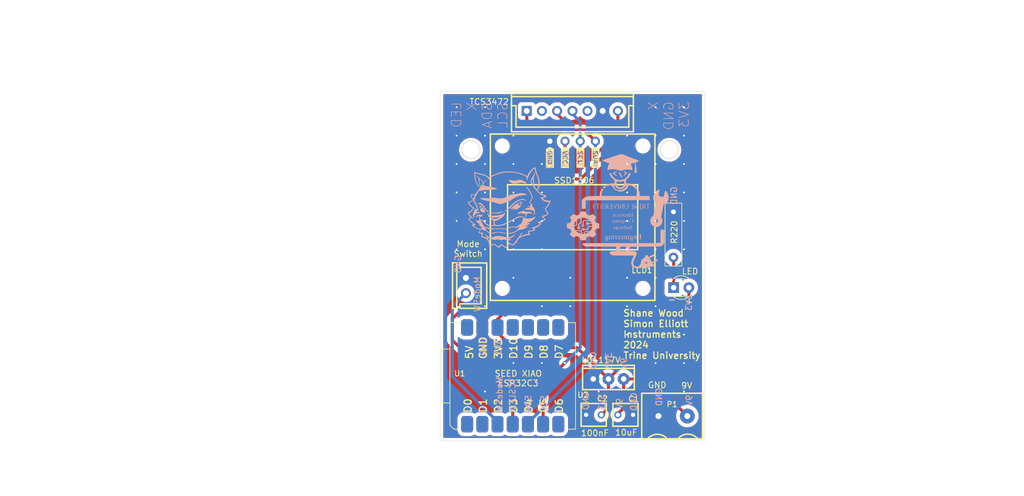
<source format=kicad_pcb>
(kicad_pcb (version 20240108) (generator "pcbnew") (generator_version "8.0")
  (title_block (title "Color Sensor") (date "2024-10-10") (comment 1 "Shane Wood, Simon Elliott") (comment 2 "ECE 483"))
  (layers (0 "F.Cu" signal "TopLayer") (31 "B.Cu" signal "BottomLayer") (34 "B.Paste" user "BottomPasteMaskLayer") (35 "F.Paste" user "TopPasteMaskLayer") (36 "B.SilkS" user "BottomSilkLayer") (37 "F.SilkS" user "TopSilkLayer") (38 "B.Mask" user "BottomSolderMaskLayer") (39 "F.Mask" user "TopSolderMaskLayer") (44 "Edge.Cuts" user "BoardOutLine"))
  (net 0 "")
  (net 1 "GND")
  (net 2 "+9V")
  (net 3 "+3V3")
  (net 4 "SDA")
  (net 5 "LEDTCS")
  (net 6 "SCL")
  (net 7 "ExtraSwitch")
  (net 8 "Net-(D1-K)")
  (footprint "Instruments:LD33VT" (layer "F.Cu") (at 143.1798 111.6584)
    (property "Reference" "U2" (at -2.7178 2.1336 0) (layer "F.SilkS") (effects (font (size 0.9144 0.9144) (thickness 0.1524)) (justify left top)))
    (property "Value" "LD33VT" (hide yes))
    (pad "1" thru_hole oval (at 0 0) (size 2 2) (drill 0.9144) (layers "*.Cu" "*.Mask") (net 1 "GND"))
    (pad "2" thru_hole oval (at 2.54 0) (size 2 2) (drill 0.9144) (layers "*.Cu" "*.Mask") (net 3 "+3V3"))
    (pad "3" thru_hole oval (at 5.08 0) (size 2 2) (drill 0.9144) (layers "*.Cu" "*.Mask") (net 2 "+9V"))
  )
  (footprint "Instruments:SCREW-TERMINAL-1X2" (layer "F.Cu") (at 153.1874 116.459)
    (property "Reference" "P1" (at 2.175 -1.103 0) (layer "F.SilkS") (effects (font (size 0.9144 0.9144) (thickness 0.1524)) (justify left top)))
    (property "Value" "Screw-Terminal-1x2" (hide yes))
    (pad "1" thru_hole oval (at 0.889 1.397) (size 2.5 2.5) (drill 1) (layers "*.Cu" "*.Mask") (net 1 "GND"))
    (pad "2" thru_hole oval (at 5.715 1.397) (size 2.5 2.5) (drill 1) (layers "*.Cu" "*.Mask") (net 2 "+9V"))
  )
  (footprint "LED_THT:LED_D3.0mm_IRBlack" (layer "F.Cu") (at 156.6164 96.393)
    (property "Reference" "D1" (hide yes))
    (property "Value" "LED" (at 2.7432 -2.7178 0) (layer "F.SilkS"))
    (pad "1" thru_hole rect (at 0 0) (size 1.8 1.8) (drill 0.9) (layers "*.Cu" "*.Mask") (net 8 "Net-(D1-K)"))
    (pad "2" thru_hole circle (at 2.54 0) (size 1.8 1.8) (drill 0.9) (layers "*.Cu" "*.Mask") (net 3 "+3V3"))
  )
  (footprint "Resistor_THT:R_Array_SIP4" (layer "F.Cu") (at 156.5806 91.3384 90)
    (property "Reference" "R1" (hide yes))
    (property "Value" "R220" (at 4.2164 0.1374 90) (layer "F.SilkS"))
    (pad "1" thru_hole oval (at 0 0 90) (size 1.6 1.6) (drill 0.8) (layers "*.Cu" "*.Mask") (net 8 "Net-(D1-K)"))
    (pad "2" thru_hole oval (at 7.62 0 90) (size 1.6 1.6) (drill 0.8) (layers "*.Cu" "*.Mask") (net 1 "GND"))
  )
  (footprint "Instruments:HDR-F-2.54_1X2" (layer "F.Cu") (at 122.8323 96.0706 90)
    (property "Reference" "H3" (hide yes))
    (property "Value" "2.54mm 1*2P" (hide yes))
    (pad "1" thru_hole oval (at -1.2444 -0.9323 90) (size 1.6764 1.6764) (drill 1) (layers "*.Cu" "*.Mask") (net 7 "ExtraSwitch"))
    (pad "2" thru_hole oval (at 1.2956 -0.9323 90) (size 1.6764 1.6764) (drill 1) (layers "*.Cu" "*.Mask") (net 1 "GND"))
  )
  (footprint "Instruments:MODULE XAIO 14P-2.54-21X17.8MM" (layer "F.Cu") (at 140.2251 120.05 90)
    (property "Reference" "U1" (at 9.8349 -20.3699 0) (layer "F.SilkS") (effects (font (size 0.9144 0.9144) (thickness 0.1524)) (justify left top)))
    (property "Value" "SEEEDUINO XIAO" (hide yes))
    (fp_text user "D9" (at 11.61595 -8.5401 90) (layer "F.SilkS") (effects (font (size 1.2192 1.2192) (thickness 0.2032)) (justify left top)))
    (fp_text user "3V3" (at 11.61595 -13.6201 90) (layer "F.SilkS") (effects (font (size 1.2192 1.2192) (thickness 0.2032)) (justify left top)))
    (fp_text user "D2" (at 2.61595 -13.6201 90) (layer "F.SilkS") (effects (font (size 1.2192 1.2192) (thickness 0.2032)) (justify left top)))
    (fp_text user "D6" (at 2.61595 -3.4601 90) (layer "F.SilkS") (effects (font (size 1.2192 1.2192) (thickness 0.2032)) (justify left top)))
    (fp_text user "5V" (at 11.61595 -18.4461 90) (layer "F.SilkS") (effects (font (size 1.2192 1.2192) (thickness 0.2032)) (justify left top)))
    (fp_text user "D0" (at 2.61595 -18.7001 90) (layer "F.SilkS") (effects (font (size 1.2192 1.2192) (thickness 0.2032)) (justify left top)))
    (fp_text user "D4" (at 2.61595 -8.5401 90) (layer "F.SilkS") (effects (font (size 1.2192 1.2192) (thickness 0.2032)) (justify left top)))
    (fp_text user "D1" (at 2.61595 -16.1601 90) (layer "F.SilkS") (effects (font (size 1.2192 1.2192) (thickness 0.2032)) (justify left top)))
    (fp_text user "D8" (at 11.61595 -6.0001 90) (layer "F.SilkS") (effects (font (size 1.2192 1.2192) (thickness 0.2032)) (justify left top)))
    (fp_text user "D10" (at 11.61595 -11.0801 90) (layer "F.SilkS") (effects (font (size 1.2192 1.2192) (thickness 0.2032)) (justify left top)))
    (fp_text user "GND" (at 11.61595 -16.1601 90) (layer "F.SilkS") (effects (font (size 1.2192 1.2192) (thickness 0.2032)) (justify left top)))
    (fp_text user "D7" (at 11.61595 -3.4601 90) (layer "F.SilkS") (effects (font (size 1.2192 1.2192) (thickness 0.2032)) (justify left top)))
    (fp_text user "D5" (at 2.61595 -6.0001 90) (layer "F.SilkS") (effects (font (size 1.2192 1.2192) (thickness 0.2032)) (justify left top)))
    (fp_text user "D3" (at 2.61595 -11.0801 90) (layer "F.SilkS") (effects (font (size 1.2192 1.2192) (thickness 0.2032)) (justify left top)))
    (pad "1" thru_hole custom (at 0.8349 -18.1199 90) (size 0.000001 0.000001) (drill 1.2) (layers "*.Cu" "*.Mask") (options (clearance outline) (anchor circle)) (primitives (gr_poly (pts (xy -1.3749 -0.5001) (xy -1.3713 -0.5603) (xy -1.3604 -0.6197) (xy -1.3424 -0.6774) (xy -1.3178 -0.7325) (xy -1.2865 -0.7841) (xy -1.2492 -0.8315) (xy -1.2065 -0.8742) (xy -1.159 -0.9116) (xy -1.1072 -0.9428) (xy -1.0523 -0.9677) (xy -0.9947 -0.9855) (xy -0.9352 -0.9964) (xy -0.8748 -1) (xy 0.875 -1) (xy 0.9355 -0.9964) (xy 0.9947 -0.9855) (xy 1.0523 -0.9677) (xy 1.1074 -0.9428) (xy 1.1593 -0.9116) (xy 1.2068 -0.8742) (xy 1.2494 -0.8315) (xy 1.2865 -0.7841) (xy 1.3178 -0.7325) (xy 1.3426 -0.6774) (xy 1.3607 -0.6197) (xy 1.3713 -0.5603) (xy 1.3752 -0.5001) (xy 1.3752 0.4999) (xy 1.3713 0.5601) (xy 1.3607 0.6196) (xy 1.3426 0.6772) (xy 1.3178 0.7323) (xy 1.2865 0.7839) (xy 1.2494 0.8314) (xy 1.2068 0.8743) (xy 1.1593 0.9114) (xy 1.1074 0.9426) (xy 1.0523 0.9675) (xy 0.9947 0.9853) (xy 0.9355 0.9962) (xy 0.875 1) (xy -0.8748 1) (xy -0.9352 0.9962) (xy -0.9947 0.9853) (xy -1.0523 0.9675) (xy -1.1072 0.9426) (xy -1.159 0.9114) (xy -1.2065 0.8743) (xy -1.2492 0.8314) (xy -1.2865 0.7839) (xy -1.3178 0.7323) (xy -1.3424 0.6772) (xy -1.3604 0.6196) (xy -1.3713 0.5601) (xy -1.3749 0.4999)) (width 0) (fill yes))))
    (pad "2" thru_hole custom (at 0.8349 -15.5799 90) (size 0.000001 0.000001) (drill 1.2) (layers "*.Cu" "*.Mask") (options (clearance outline) (anchor circle)) (primitives (gr_poly (pts (xy -1.3749 -0.5001) (xy -1.3713 -0.5603) (xy -1.3604 -0.6197) (xy -1.3424 -0.6774) (xy -1.3178 -0.7325) (xy -1.2865 -0.7841) (xy -1.2492 -0.8315) (xy -1.2065 -0.8742) (xy -1.159 -0.9116) (xy -1.1072 -0.9428) (xy -1.0523 -0.9677) (xy -0.9947 -0.9855) (xy -0.9352 -0.9964) (xy -0.8748 -1) (xy 0.875 -1) (xy 0.9355 -0.9964) (xy 0.9947 -0.9855) (xy 1.0523 -0.9677) (xy 1.1074 -0.9428) (xy 1.1593 -0.9116) (xy 1.2068 -0.8742) (xy 1.2494 -0.8315) (xy 1.2865 -0.7841) (xy 1.3178 -0.7325) (xy 1.3426 -0.6774) (xy 1.3607 -0.6197) (xy 1.3713 -0.5603) (xy 1.3752 -0.5001) (xy 1.3752 0.4999) (xy 1.3713 0.5601) (xy 1.3607 0.6196) (xy 1.3426 0.6772) (xy 1.3178 0.7323) (xy 1.2865 0.7839) (xy 1.2494 0.8314) (xy 1.2068 0.8741) (xy 1.1593 0.9114) (xy 1.1074 0.9426) (xy 1.0523 0.9675) (xy 0.9947 0.9853) (xy 0.9355 0.9962) (xy 0.875 1) (xy -0.8748 1) (xy -0.9352 0.9962) (xy -0.9947 0.9853) (xy -1.0523 0.9675) (xy -1.1072 0.9426) (xy -1.159 0.9114) (xy -1.2065 0.8741) (xy -1.2492 0.8314) (xy -1.2865 0.7839) (xy -1.3178 0.7323) (xy -1.3424 0.6772) (xy -1.3604 0.6196) (xy -1.3713 0.5601) (xy -1.3749 0.4999)) (width 0) (fill yes))))
    (pad "3" thru_hole custom (at 0.8349 -13.0399 90) (size 0.000001 0.000001) (drill 1.2) (layers "*.Cu" "*.Mask") (net 7 "ExtraSwitch") (options (clearance outline) (anchor circle)) (primitives (gr_poly (pts (xy -1.3749 -0.5001) (xy -1.3713 -0.5603) (xy -1.3604 -0.6197) (xy -1.3424 -0.6774) (xy -1.3178 -0.7325) (xy -1.2865 -0.7841) (xy -1.2492 -0.8315) (xy -1.2065 -0.8742) (xy -1.159 -0.9116) (xy -1.1072 -0.9428) (xy -1.0523 -0.9677) (xy -0.9947 -0.9855) (xy -0.9352 -0.9964) (xy -0.8748 -1) (xy 0.875 -1) (xy 0.9355 -0.9964) (xy 0.9947 -0.9855) (xy 1.0523 -0.9677) (xy 1.1074 -0.9428) (xy 1.1593 -0.9116) (xy 1.2068 -0.8742) (xy 1.2494 -0.8315) (xy 1.2865 -0.7841) (xy 1.3178 -0.7325) (xy 1.3426 -0.6774) (xy 1.3607 -0.6197) (xy 1.3713 -0.5603) (xy 1.3752 -0.5001) (xy 1.3752 0.4999) (xy 1.3713 0.5601) (xy 1.3607 0.6196) (xy 1.3426 0.6772) (xy 1.3178 0.7323) (xy 1.2865 0.7839) (xy 1.2494 0.8314) (xy 1.2068 0.8741) (xy 1.1593 0.9114) (xy 1.1074 0.9426) (xy 1.0523 0.9675) (xy 0.9947 0.9853) (xy 0.9355 0.9962) (xy 0.875 1) (xy -0.8748 1) (xy -0.9352 0.9962) (xy -0.9947 0.9853) (xy -1.0523 0.9675) (xy -1.1072 0.9426) (xy -1.159 0.9114) (xy -1.2065 0.8741) (xy -1.2492 0.8314) (xy -1.2865 0.7839) (xy -1.3178 0.7323) (xy -1.3424 0.6772) (xy -1.3604 0.6196) (xy -1.3713 0.5601) (xy -1.3749 0.4999)) (width 0) (fill yes))))
    (pad "4" thru_hole custom (at 0.8349 -10.5001 90) (size 0.000001 0.000001) (drill 1.2002) (layers "*.Cu" "*.Mask") (net 5 "LEDTCS") (options (clearance outline) (anchor circle)) (primitives (gr_poly (pts (xy -1.3749 -0.4999) (xy -1.3713 -0.5601) (xy -1.3604 -0.6195) (xy -1.3424 -0.6772) (xy -1.3178 -0.7323) (xy -1.2865 -0.7839) (xy -1.2492 -0.8313) (xy -1.2065 -0.874) (xy -1.159 -0.9114) (xy -1.1072 -0.9426) (xy -1.0523 -0.9675) (xy -0.9947 -0.9853) (xy -0.9352 -0.9962) (xy -0.8748 -1) (xy 0.875 -1) (xy 0.9355 -0.9962) (xy 0.9947 -0.9853) (xy 1.0523 -0.9675) (xy 1.1074 -0.9426) (xy 1.1593 -0.9114) (xy 1.2068 -0.874) (xy 1.2494 -0.8313) (xy 1.2865 -0.7839) (xy 1.3178 -0.7323) (xy 1.3426 -0.6772) (xy 1.3607 -0.6195) (xy 1.3713 -0.5601) (xy 1.3752 -0.4999) (xy 1.3752 0.5001) (xy 1.3713 0.5603) (xy 1.3607 0.6198) (xy 1.3426 0.6774) (xy 1.3178 0.7325) (xy 1.2865 0.7841) (xy 1.2494 0.8316) (xy 1.2068 0.8743) (xy 1.1593 0.9116) (xy 1.1074 0.9428) (xy 1.0523 0.9677) (xy 0.9947 0.9855) (xy 0.9355 0.9964) (xy 0.875 1.0002) (xy -0.8748 1.0002) (xy -0.9352 0.9964) (xy -0.9947 0.9855) (xy -1.0523 0.9677) (xy -1.1072 0.9428) (xy -1.159 0.9116) (xy -1.2065 0.8743) (xy -1.2492 0.8316) (xy -1.2865 0.7841) (xy -1.3178 0.7325) (xy -1.3424 0.6774) (xy -1.3604 0.6198) (xy -1.3713 0.5603) (xy -1.3749 0.5001)) (width 0) (fill yes))))
    (pad "5" thru_hole custom (at 0.8349 -7.9601 90) (size 0.000001 0.000001) (drill 1.2) (layers "*.Cu" "*.Mask") (net 4 "SDA") (options (clearance outline) (anchor circle)) (primitives (gr_poly (pts (xy -1.3749 -0.4999) (xy -1.3713 -0.5601) (xy -1.3604 -0.6195) (xy -1.3424 -0.6772) (xy -1.3178 -0.7323) (xy -1.2865 -0.7839) (xy -1.2492 -0.8313) (xy -1.2065 -0.874) (xy -1.159 -0.9114) (xy -1.1072 -0.9426) (xy -1.0523 -0.9675) (xy -0.9947 -0.9853) (xy -0.9352 -0.9962) (xy -0.8748 -1) (xy 0.875 -1) (xy 0.9355 -0.9962) (xy 0.9947 -0.9853) (xy 1.0523 -0.9675) (xy 1.1074 -0.9426) (xy 1.1593 -0.9114) (xy 1.2068 -0.874) (xy 1.2494 -0.8313) (xy 1.2865 -0.7839) (xy 1.3178 -0.7323) (xy 1.3426 -0.6772) (xy 1.3607 -0.6195) (xy 1.3713 -0.5601) (xy 1.3752 -0.4999) (xy 1.3752 0.5001) (xy 1.3713 0.5603) (xy 1.3607 0.6198) (xy 1.3426 0.6774) (xy 1.3178 0.7325) (xy 1.2865 0.7841) (xy 1.2494 0.8316) (xy 1.2068 0.8743) (xy 1.1593 0.9116) (xy 1.1074 0.9428) (xy 1.0523 0.9677) (xy 0.9947 0.9855) (xy 0.9355 0.9964) (xy 0.875 1) (xy -0.8748 1) (xy -0.9352 0.9964) (xy -0.9947 0.9855) (xy -1.0523 0.9677) (xy -1.1072 0.9428) (xy -1.159 0.9116) (xy -1.2065 0.8743) (xy -1.2492 0.8316) (xy -1.2865 0.7841) (xy -1.3178 0.7325) (xy -1.3424 0.6774) (xy -1.3604 0.6198) (xy -1.3713 0.5603) (xy -1.3749 0.5001)) (width 0) (fill yes))))
    (pad "6" thru_hole custom (at 0.8349 -5.4201 90) (size 0.000001 0.000001) (drill 1.2) (layers "*.Cu" "*.Mask") (net 6 "SCL") (options (clearance outline) (anchor circle)) (primitives (gr_poly (pts (xy -1.3749 -0.4999) (xy -1.3713 -0.5601) (xy -1.3604 -0.6195) (xy -1.3424 -0.6772) (xy -1.3178 -0.7323) (xy -1.2865 -0.7839) (xy -1.2492 -0.8313) (xy -1.2065 -0.874) (xy -1.159 -0.9114) (xy -1.1072 -0.9426) (xy -1.0523 -0.9675) (xy -0.9947 -0.9853) (xy -0.9352 -0.9962) (xy -0.8748 -1) (xy 0.875 -1) (xy 0.9355 -0.9962) (xy 0.9947 -0.9853) (xy 1.0523 -0.9675) (xy 1.1074 -0.9426) (xy 1.1593 -0.9114) (xy 1.2068 -0.874) (xy 1.2494 -0.8313) (xy 1.2865 -0.7839) (xy 1.3178 -0.7323) (xy 1.3426 -0.6772) (xy 1.3607 -0.6195) (xy 1.3713 -0.5601) (xy 1.3752 -0.4999) (xy 1.3752 0.5001) (xy 1.3713 0.5603) (xy 1.3607 0.6198) (xy 1.3426 0.6774) (xy 1.3178 0.7325) (xy 1.2865 0.7841) (xy 1.2494 0.8316) (xy 1.2068 0.8743) (xy 1.1593 0.9116) (xy 1.1074 0.9428) (xy 1.0523 0.9677) (xy 0.9947 0.9855) (xy 0.9355 0.9964) (xy 0.875 1) (xy -0.8748 1) (xy -0.9352 0.9964) (xy -0.9947 0.9855) (xy -1.0523 0.9677) (xy -1.1072 0.9428) (xy -1.159 0.9116) (xy -1.2065 0.8743) (xy -1.2492 0.8316) (xy -1.2865 0.7841) (xy -1.3178 0.7325) (xy -1.3424 0.6774) (xy -1.3604 0.6198) (xy -1.3713 0.5603) (xy -1.3749 0.5001)) (width 0) (fill yes))))
    (pad "7" thru_hole custom (at 0.8349 -2.8801 90) (size 0.000001 0.000001) (drill 1.2) (layers "*.Cu" "*.Mask") (options (clearance outline) (anchor circle)) (primitives (gr_poly (pts (xy -1.3749 -0.4999) (xy -1.3713 -0.5601) (xy -1.3604 -0.6195) (xy -1.3424 -0.6772) (xy -1.3178 -0.7323) (xy -1.2865 -0.7839) (xy -1.2492 -0.8313) (xy -1.2065 -0.8743) (xy -1.159 -0.9114) (xy -1.1072 -0.9426) (xy -1.0523 -0.9675) (xy -0.9947 -0.9853) (xy -0.9352 -0.9962) (xy -0.8748 -1) (xy 0.875 -1) (xy 0.9355 -0.9962) (xy 0.9947 -0.9853) (xy 1.0523 -0.9675) (xy 1.1074 -0.9426) (xy 1.1593 -0.9114) (xy 1.2068 -0.8743) (xy 1.2494 -0.8313) (xy 1.2865 -0.7839) (xy 1.3178 -0.7323) (xy 1.3426 -0.6772) (xy 1.3607 -0.6195) (xy 1.3713 -0.5601) (xy 1.3752 -0.4999) (xy 1.3752 0.5001) (xy 1.3713 0.5603) (xy 1.3607 0.6198) (xy 1.3426 0.6774) (xy 1.3178 0.7325) (xy 1.2865 0.7841) (xy 1.2494 0.8316) (xy 1.2068 0.8743) (xy 1.1593 0.9116) (xy 1.1074 0.9428) (xy 1.0523 0.9677) (xy 0.9947 0.9855) (xy 0.9355 0.9964) (xy 0.875 1) (xy -0.8748 1) (xy -0.9352 0.9964) (xy -0.9947 0.9855) (xy -1.0523 0.9677) (xy -1.1072 0.9428) (xy -1.159 0.9116) (xy -1.2065 0.8743) (xy -1.2492 0.8316) (xy -1.2865 0.7841) (xy -1.3178 0.7325) (xy -1.3424 0.6774) (xy -1.3604 0.6198) (xy -1.3713 0.5603) (xy -1.3749 0.5001)) (width 0) (fill yes))))
    (pad "8" thru_hole custom (at 17 -2.8801 90) (size 0.000001 0.000001) (drill 1.2) (layers "*.Cu" "*.Mask") (options (clearance outline) (anchor circle)) (primitives (gr_poly (pts (xy -1.3749 -0.4999) (xy -1.3714 -0.5601) (xy -1.3605 -0.6195) (xy -1.3424 -0.6772) (xy -1.3178 -0.7323) (xy -1.2865 -0.7839) (xy -1.2492 -0.8313) (xy -1.2065 -0.8743) (xy -1.159 -0.9114) (xy -1.1075 -0.9426) (xy -1.0524 -0.9675) (xy -0.9947 -0.9853) (xy -0.9353 -0.9962) (xy -0.8751 -1) (xy 0.875 -1) (xy 0.9352 -0.9962) (xy 0.9946 -0.9853) (xy 1.0523 -0.9675) (xy 1.1074 -0.9426) (xy 1.159 -0.9114) (xy 1.2065 -0.8743) (xy 1.2491 -0.8313) (xy 1.2865 -0.7839) (xy 1.3177 -0.7323) (xy 1.3424 -0.6772) (xy 1.3604 -0.6195) (xy 1.3713 -0.5601) (xy 1.3749 -0.4999) (xy 1.3749 0.5001) (xy 1.3713 0.5603) (xy 1.3604 0.6198) (xy 1.3424 0.6774) (xy 1.3177 0.7325) (xy 1.2865 0.7841) (xy 1.2491 0.8316) (xy 1.2065 0.8743) (xy 1.159 0.9116) (xy 1.1074 0.9428) (xy 1.0523 0.9677) (xy 0.9946 0.9855) (xy 0.9352 0.9964) (xy 0.875 1) (xy -0.8751 1) (xy -0.9353 0.9964) (xy -0.9947 0.9855) (xy -1.0524 0.9677) (xy -1.1075 0.9428) (xy -1.159 0.9116) (xy -1.2065 0.8743) (xy -1.2492 0.8316) (xy -1.2865 0.7841) (xy -1.3178 0.7325) (xy -1.3424 0.6774) (xy -1.3605 0.6198) (xy -1.3714 0.5603) (xy -1.3749 0.5001)) (width 0) (fill yes))))
    (pad "9" thru_hole custom (at 17 -5.4201 90) (size 0.000001 0.000001) (drill 1.2) (layers "*.Cu" "*.Mask") (options (clearance outline) (anchor circle)) (primitives (gr_poly (pts (xy -1.3749 -0.4999) (xy -1.3714 -0.5601) (xy -1.3605 -0.6195) (xy -1.3424 -0.6772) (xy -1.3178 -0.7323) (xy -1.2865 -0.7839) (xy -1.2492 -0.8313) (xy -1.2065 -0.874) (xy -1.159 -0.9114) (xy -1.1075 -0.9426) (xy -1.0524 -0.9675) (xy -0.9947 -0.9853) (xy -0.9353 -0.9962) (xy -0.8751 -1) (xy 0.875 -1) (xy 0.9352 -0.9962) (xy 0.9946 -0.9853) (xy 1.0523 -0.9675) (xy 1.1074 -0.9426) (xy 1.159 -0.9114) (xy 1.2065 -0.874) (xy 1.2491 -0.8313) (xy 1.2865 -0.7839) (xy 1.3177 -0.7323) (xy 1.3424 -0.6772) (xy 1.3604 -0.6195) (xy 1.3713 -0.5601) (xy 1.3749 -0.4999) (xy 1.3749 0.5001) (xy 1.3713 0.5603) (xy 1.3604 0.6198) (xy 1.3424 0.6774) (xy 1.3177 0.7325) (xy 1.2865 0.7841) (xy 1.2491 0.8316) (xy 1.2065 0.8743) (xy 1.159 0.9116) (xy 1.1074 0.9428) (xy 1.0523 0.9677) (xy 0.9946 0.9855) (xy 0.9352 0.9964) (xy 0.875 1) (xy -0.8751 1) (xy -0.9353 0.9964) (xy -0.9947 0.9855) (xy -1.0524 0.9677) (xy -1.1075 0.9428) (xy -1.159 0.9116) (xy -1.2065 0.8743) (xy -1.2492 0.8316) (xy -1.2865 0.7841) (xy -1.3178 0.7325) (xy -1.3424 0.6774) (xy -1.3605 0.6198) (xy -1.3714 0.5603) (xy -1.3749 0.5001)) (width 0) (fill yes))))
    (pad "10" thru_hole custom (at 17 -7.9601 90) (size 0.000001 0.000001) (drill 1.2) (layers "*.Cu" "*.Mask") (options (clearance outline) (anchor circle)) (primitives (gr_poly (pts (xy -1.3749 -0.4999) (xy -1.3714 -0.5601) (xy -1.3605 -0.6195) (xy -1.3424 -0.6772) (xy -1.3178 -0.7323) (xy -1.2865 -0.7839) (xy -1.2492 -0.8313) (xy -1.2065 -0.874) (xy -1.159 -0.9114) (xy -1.1075 -0.9426) (xy -1.0524 -0.9675) (xy -0.9947 -0.9853) (xy -0.9353 -0.9962) (xy -0.8751 -1) (xy 0.875 -1) (xy 0.9352 -0.9962) (xy 0.9946 -0.9853) (xy 1.0523 -0.9675) (xy 1.1074 -0.9426) (xy 1.159 -0.9114) (xy 1.2065 -0.874) (xy 1.2491 -0.8313) (xy 1.2865 -0.7839) (xy 1.3177 -0.7323) (xy 1.3424 -0.6772) (xy 1.3604 -0.6195) (xy 1.3713 -0.5601) (xy 1.3749 -0.4999) (xy 1.3749 0.5001) (xy 1.3713 0.5603) (xy 1.3604 0.6198) (xy 1.3424 0.6774) (xy 1.3177 0.7325) (xy 1.2865 0.7841) (xy 1.2491 0.8316) (xy 1.2065 0.8743) (xy 1.159 0.9116) (xy 1.1074 0.9428) (xy 1.0523 0.9677) (xy 0.9946 0.9855) (xy 0.9352 0.9964) (xy 0.875 1) (xy -0.8751 1) (xy -0.9353 0.9964) (xy -0.9947 0.9855) (xy -1.0524 0.9677) (xy -1.1075 0.9428) (xy -1.159 0.9116) (xy -1.2065 0.8743) (xy -1.2492 0.8316) (xy -1.2865 0.7841) (xy -1.3178 0.7325) (xy -1.3424 0.6774) (xy -1.3605 0.6198) (xy -1.3714 0.5603) (xy -1.3749 0.5001)) (width 0) (fill yes))))
    (pad "11" thru_hole custom (at 17 -10.5001 90) (size 0.000001 0.000001) (drill 1.2002) (layers "*.Cu" "*.Mask") (options (clearance outline) (anchor circle)) (primitives (gr_poly (pts (xy -1.3749 -0.4999) (xy -1.3714 -0.5601) (xy -1.3605 -0.6195) (xy -1.3424 -0.6772) (xy -1.3178 -0.7323) (xy -1.2865 -0.7839) (xy -1.2492 -0.8313) (xy -1.2065 -0.874) (xy -1.159 -0.9114) (xy -1.1075 -0.9426) (xy -1.0524 -0.9675) (xy -0.9947 -0.9853) (xy -0.9353 -0.9962) (xy -0.8751 -1) (xy 0.875 -1) (xy 0.9352 -0.9962) (xy 0.9946 -0.9853) (xy 1.0523 -0.9675) (xy 1.1074 -0.9426) (xy 1.159 -0.9114) (xy 1.2065 -0.874) (xy 1.2491 -0.8313) (xy 1.2865 -0.7839) (xy 1.3177 -0.7323) (xy 1.3424 -0.6772) (xy 1.3604 -0.6195) (xy 1.3713 -0.5601) (xy 1.3749 -0.4999) (xy 1.3749 0.5001) (xy 1.3713 0.5603) (xy 1.3604 0.6198) (xy 1.3424 0.6774) (xy 1.3177 0.7325) (xy 1.2865 0.7841) (xy 1.2491 0.8316) (xy 1.2065 0.8743) (xy 1.159 0.9116) (xy 1.1074 0.9428) (xy 1.0523 0.9677) (xy 0.9946 0.9855) (xy 0.9352 0.9964) (xy 0.875 1.0002) (xy -0.8751 1.0002) (xy -0.9353 0.9964) (xy -0.9947 0.9855) (xy -1.0524 0.9677) (xy -1.1075 0.9428) (xy -1.159 0.9116) (xy -1.2065 0.8743) (xy -1.2492 0.8316) (xy -1.2865 0.7841) (xy -1.3178 0.7325) (xy -1.3424 0.6774) (xy -1.3605 0.6198) (xy -1.3714 0.5603) (xy -1.3749 0.5001)) (width 0) (fill yes))))
    (pad "12" thru_hole custom (at 17 -13.0399 90) (size 0.000001 0.000001) (drill 1.2) (layers "*.Cu" "*.Mask") (net 3 "+3V3") (options (clearance outline) (anchor circle)) (primitives (gr_poly (pts (xy -1.3749 -0.5001) (xy -1.3714 -0.5603) (xy -1.3605 -0.6197) (xy -1.3424 -0.6774) (xy -1.3178 -0.7325) (xy -1.2865 -0.7841) (xy -1.2492 -0.8315) (xy -1.2065 -0.8742) (xy -1.159 -0.9116) (xy -1.1075 -0.9428) (xy -1.0524 -0.9677) (xy -0.9947 -0.9855) (xy -0.9353 -0.9964) (xy -0.8751 -1) (xy 0.875 -1) (xy 0.9352 -0.9964) (xy 0.9946 -0.9855) (xy 1.0523 -0.9677) (xy 1.1074 -0.9428) (xy 1.159 -0.9116) (xy 1.2065 -0.8742) (xy 1.2491 -0.8315) (xy 1.2865 -0.7841) (xy 1.3177 -0.7325) (xy 1.3424 -0.6774) (xy 1.3604 -0.6197) (xy 1.3713 -0.5603) (xy 1.3749 -0.5001) (xy 1.3749 0.4999) (xy 1.3713 0.5601) (xy 1.3604 0.6196) (xy 1.3424 0.6772) (xy 1.3177 0.7323) (xy 1.2865 0.7839) (xy 1.2491 0.8314) (xy 1.2065 0.8741) (xy 1.159 0.9114) (xy 1.1074 0.9426) (xy 1.0523 0.9675) (xy 0.9946 0.9853) (xy 0.9352 0.9962) (xy 0.875 1) (xy -0.8751 1) (xy -0.9353 0.9962) (xy -0.9947 0.9853) (xy -1.0524 0.9675) (xy -1.1075 0.9426) (xy -1.159 0.9114) (xy -1.2065 0.8741) (xy -1.2492 0.8314) (xy -1.2865 0.7839) (xy -1.3178 0.7323) (xy -1.3424 0.6772) (xy -1.3605 0.6196) (xy -1.3714 0.5601) (xy -1.3749 0.4999)) (width 0) (fill yes))))
    (pad "13" thru_hole custom (at 17 -15.5799 90) (size 0.000001 0.000001) (drill 1.2) (layers "*.Cu" "*.Mask") (net 1 "GND") (options (clearance outline) (anchor circle)) (primitives (gr_poly (pts (xy -1.3749 -0.5001) (xy -1.3714 -0.5603) (xy -1.3605 -0.6197) (xy -1.3424 -0.6774) (xy -1.3178 -0.7325) (xy -1.2865 -0.7841) (xy -1.2492 -0.8315) (xy -1.2065 -0.8742) (xy -1.159 -0.9116) (xy -1.1075 -0.9428) (xy -1.0524 -0.9677) (xy -0.9947 -0.9855) (xy -0.9353 -0.9964) (xy -0.8751 -1) (xy 0.875 -1) (xy 0.9352 -0.9964) (xy 0.9946 -0.9855) (xy 1.0523 -0.9677) (xy 1.1074 -0.9428) (xy 1.159 -0.9116) (xy 1.2065 -0.8742) (xy 1.2491 -0.8315) (xy 1.2865 -0.7841) (xy 1.3177 -0.7325) (xy 1.3424 -0.6774) (xy 1.3604 -0.6197) (xy 1.3713 -0.5603) (xy 1.3749 -0.5001) (xy 1.3749 0.4999) (xy 1.3713 0.5601) (xy 1.3604 0.6196) (xy 1.3424 0.6772) (xy 1.3177 0.7323) (xy 1.2865 0.7839) (xy 1.2491 0.8314) (xy 1.2065 0.8741) (xy 1.159 0.9114) (xy 1.1074 0.9426) (xy 1.0523 0.9675) (xy 0.9946 0.9853) (xy 0.9352 0.9962) (xy 0.875 1) (xy -0.8751 1) (xy -0.9353 0.9962) (xy -0.9947 0.9853) (xy -1.0524 0.9675) (xy -1.1075 0.9426) (xy -1.159 0.9114) (xy -1.2065 0.8741) (xy -1.2492 0.8314) (xy -1.2865 0.7839) (xy -1.3178 0.7323) (xy -1.3424 0.6772) (xy -1.3605 0.6196) (xy -1.3714 0.5601) (xy -1.3749 0.4999)) (width 0) (fill yes))))
    (pad "14" thru_hole custom (at 17 -18.1199 90) (size 0.000001 0.000001) (drill 1.2) (layers "*.Cu" "*.Mask") (options (clearance outline) (anchor circle)) (primitives (gr_poly (pts (xy -1.3749 -0.5001) (xy -1.3714 -0.5603) (xy -1.3605 -0.6197) (xy -1.3424 -0.6774) (xy -1.3178 -0.7325) (xy -1.2865 -0.7841) (xy -1.2492 -0.8315) (xy -1.2065 -0.8742) (xy -1.159 -0.9116) (xy -1.1075 -0.9428) (xy -1.0524 -0.9677) (xy -0.9947 -0.9855) (xy -0.9353 -0.9964) (xy -0.8751 -1) (xy 0.875 -1) (xy 0.9352 -0.9964) (xy 0.9946 -0.9855) (xy 1.0523 -0.9677) (xy 1.1074 -0.9428) (xy 1.159 -0.9116) (xy 1.2065 -0.8742) (xy 1.2491 -0.8315) (xy 1.2865 -0.7841) (xy 1.3177 -0.7325) (xy 1.3424 -0.6774) (xy 1.3604 -0.6197) (xy 1.3713 -0.5603) (xy 1.3749 -0.5001) (xy 1.3749 0.4999) (xy 1.3713 0.5601) (xy 1.3604 0.6196) (xy 1.3424 0.6772) (xy 1.3177 0.7323) (xy 1.2865 0.7839) (xy 1.2491 0.8314) (xy 1.2065 0.8743) (xy 1.159 0.9114) (xy 1.1074 0.9426) (xy 1.0523 0.9675) (xy 0.9946 0.9853) (xy 0.9352 0.9962) (xy 0.875 1) (xy -0.8751 1) (xy -0.9353 0.9962) (xy -0.9947 0.9853) (xy -1.0524 0.9675) (xy -1.1075 0.9426) (xy -1.159 0.9114) (xy -1.2065 0.8743) (xy -1.2492 0.8314) (xy -1.2865 0.7839) (xy -1.3178 0.7323) (xy -1.3424 0.6772) (xy -1.3605 0.6196) (xy -1.3714 0.5601) (xy -1.3749 0.4999)) (width 0) (fill yes))))
  )
  (footprint "Instruments:CAP-TH_L4.2-W3.8-P2.54-D0.5" (layer "F.Cu") (at 143.256 117.6528)
    (property "Reference" "C2" (at 0.4572 -3.2512 0) (layer "F.SilkS") (effects (font (size 0.9144 0.9144) (thickness 0.1524)) (justify left top)))
    (property "Value" "10uF" (hide yes))
    (pad "1" thru_hole oval (at -1.27 0) (size 1.2 1.2) (drill 0.7) (layers "*.Cu" "*.Mask") (net 1 "GND"))
    (pad "2" thru_hole oval (at 1.27 0) (size 1.2 1.2) (drill 0.7) (layers "*.Cu" "*.Mask") (net 3 "+3V3"))
  )
  (footprint "Instruments:CAP-TH_L4.2-W3.8-P2.54-D0.5" (layer "F.Cu") (at 148.5646 117.6528 180)
    (property "Reference" "C1" (at -0.381 3.175 180) (layer "F.SilkS") (effects (font (size 0.9144 0.9144) (thickness 0.1524)) (justify left top)))
    (property "Value" "100nF" (hide yes))
    (pad "1" thru_hole oval (at -1.27 0 180) (size 1.2 1.2) (drill 0.7) (layers "*.Cu" "*.Mask") (net 1 "GND"))
    (pad "2" thru_hole oval (at 1.27 0 180) (size 1.2 1.2) (drill 0.7) (layers "*.Cu" "*.Mask") (net 2 "+9V"))
  )
  (footprint "Instruments:HDR-2.54-15-1X6P" (layer "F.Cu") (at 139.75 70.4652)
    (property "Reference" "U3" (hide yes))
    (property "Value" "7 pin JST Connector" (hide yes))
    (pad "1" thru_hole rect (at -7.69 -3.6) (size 1.6764 1.6764) (drill 1) (layers "*.Cu" "*.Mask") (net 5 "LEDTCS"))
    (pad "2" thru_hole oval (at -5.15 -3.6) (size 1.6764 1.6764) (drill 1) (layers "*.Cu" "*.Mask"))
    (pad "3" thru_hole oval (at -2.61 -3.6) (size 1.6764 1.6764) (drill 1) (layers "*.Cu" "*.Mask") (net 4 "SDA"))
    (pad "4" thru_hole oval (at -0.0446 -3.6) (size 1.6764 1.6764) (drill 1) (layers "*.Cu" "*.Mask") (net 6 "SCL"))
    (pad "5" thru_hole oval (at 2.47 -3.6) (size 1.6764 1.6764) (drill 1) (layers "*.Cu" "*.Mask"))
    (pad "6" thru_hole oval (at 5.01 -3.6) (size 1.6764 1.6764) (drill 1) (layers "*.Cu" "*.Mask") (net 1 "GND"))
    (pad "7" thru_hole oval (at 7.55 -3.6) (size 1.6764 1.6764) (drill 1) (layers "*.Cu" "*.Mask") (net 3 "+3V3"))
  )
  (footprint "Instruments:SSD1306-OLED-128X64-I2C" (layer "F.Cu") (at 139.735 84.625)
    (property "Reference" "LCD1" (at 9.75 8.3501 0) (layer "F.SilkS") (effects (font (size 0.9144 0.9144) (thickness 0.1524)) (justify left top)))
    (property "Value" "SSD1306-OLED-128X64-I2C" (hide yes))
    (pad "" np_thru_hole circle (at -11.75 -11.8999) (size 2.032 2.032) (drill 2.032) (layers "F&B.Cu" "*.Mask"))
    (pad "" np_thru_hole circle (at -11.75 11.8999) (size 2.032 2.032) (drill 2.032) (layers "F&B.Cu" "*.Mask"))
    (pad "" np_thru_hole circle (at 11.75 -11.8999) (size 2.032 2.032) (drill 2.032) (layers "F&B.Cu" "*.Mask"))
    (pad "" np_thru_hole circle (at 11.75 11.8999) (size 2.032 2.032) (drill 2.032) (layers "F&B.Cu" "*.Mask"))
    (pad "1" thru_hole rect (at -3.81 -12.7) (size 1.524 1.524) (drill 0.889) (layers "*.Cu" "*.Mask") (net 1 "GND"))
    (pad "2" thru_hole oval (at -1.27 -12.7) (size 1.524 1.524) (drill 0.889) (layers "*.Cu" "*.Mask") (net 3 "+3V3"))
    (pad "3" thru_hole oval (at 1.27 -12.7) (size 1.524 1.524) (drill 0.889) (layers "*.Cu" "*.Mask") (net 6 "SCL"))
    (pad "4" thru_hole oval (at 3.81 -12.7) (size 1.524 1.524) (drill 0.889) (layers "*.Cu" "*.Mask") (net 4 "SDA"))
  )
  (footprint "LOGO" (layer "B.Cu") (at 147.726822 84.120761 180)
    (property "Reference" "G***" (hide yes))
    (property "Value" "LOGO" (hide yes))
  )
  (footprint "LOGO" (layer "B.Cu") (at 128.8796 83.058 180)
    (property "Reference" "G***" (hide yes))
    (property "Value" "LOGO" (hide yes))
  )
  (gr_circle (center 122.75 73.35) (end 124.25 73.35) (stroke (width 0.1)) (fill none) (layer "Edge.Cuts"))
  (gr_circle (center 155.9 73.35) (end 157.4 73.35) (stroke (width 0.1)) (fill none) (layer "Edge.Cuts"))
  (gr_rect (start 117.625 63.575) (end 161.8234 121.9999) (stroke (width 0.05)) (fill none) (layer "Edge.Cuts"))
  (gr_text "9V" (at 147.574 115.7732 90) (layer "B.SilkS") (effects (font (size 1 1)) (justify mirror)))
  (gr_text "3V3" (at 127.3048 106.2736 90) (layer "B.SilkS") (effects (font (size 1 1)) (justify mirror)))
  (gr_text "GND" (at 124.7648 106.2736 90) (layer "B.SilkS") (effects (font (size 1 1)) (justify mirror)))
  (gr_text "GND" (at 156.6672 81.026 90) (layer "B.SilkS") (effects (font (size 1 1)) (justify mirror)))
  (gr_text "GND" (at 149.9616 115.4684 90) (layer "B.SilkS") (effects (font (size 1 1)) (justify mirror)))
  (gr_text "GND" (at 154.178 114.6556 90) (layer "B.SilkS") (effects (font (size 1 1)) (justify mirror)))
  (gr_text "3V3" (at 159.1564 98.8568 90) (layer "B.SilkS") (effects (font (size 1 1)) (justify mirror)))
  (gr_text "ModeSW" (at 123.7996 97.4852 90) (layer "B.SilkS") (effects (font (size 1 1)) (justify mirror)))
  (gr_text "9V" (at 148.2852 109.0168 90) (layer "B.SilkS") (effects (font (size 1 1)) (justify mirror)))
  (gr_text "SCL" (at 134.9248 115.7732 90) (layer "B.SilkS") (effects (font (size 1 1)) (justify mirror)))
  (gr_text "SDA" (at 132.334 115.7732 90) (layer "B.SilkS") (effects (font (size 1 1)) (justify mirror)))
  (gr_text "GND" (at 143.1544 108.6104 90) (layer "B.SilkS") (effects (font (size 1 1)) (justify mirror)))
  (gr_text "3V3" (at 138.5824 74.93 90) (layer "B.SilkS") (effects (font (size 1 1)) (justify mirror)))
  (gr_text "LED\nX\nSDA\nSCL\n" (at 128.9812 65.278 90) (layer "B.SilkS") (effects (font (size 1.6 1.6) (thickness 0.1)) (justify left bottom mirror)))
  (gr_text "SDA" (at 143.6116 74.9808 90) (layer "B.SilkS") (effects (font (size 1 1)) (justify mirror)))
  (gr_text "3V3" (at 144.6276 115.4684 90) (layer "B.SilkS") (effects (font (size 1 1)) (justify mirror)))
  (gr_text "X\nGND\n3V3" (at 159.3088 65.1764 90) (layer "B.SilkS") (effects (font (size 1.6 1.6) (thickness 0.1)) (justify left bottom mirror)))
  (gr_text "ModeSW" (at 127.508 114.1984 90) (layer "B.SilkS") (effects (font (size 1 1)) (justify mirror)))
  (gr_text "TCSLED" (at 129.6924 114.2492 90) (layer "B.SilkS") (effects (font (size 1 1)) (justify mirror)))
  (gr_text "SCL" (at 141.0208 74.93 90) (layer "B.SilkS") (effects (font (size 1 1)) (justify mirror)))
  (gr_text "GND" (at 120.5992 92.456 90) (layer "B.SilkS") (effects (font (size 1 1)) (justify mirror)))
  (gr_text "GND" (at 141.9352 115.316 90) (layer "B.SilkS") (effects (font (size 1 1)) (justify mirror)))
  (gr_text "GND" (at 135.8392 75.0316 90) (layer "B.SilkS") (effects (font (size 1 1)) (justify mirror)))
  (gr_text "3V3" (at 145.796 108.6104 90) (layer "B.SilkS") (effects (font (size 1 1)) (justify mirror)))
  (gr_text "9V" (at 159.2072 115.2144 90) (layer "B.SilkS") (effects (font (size 1 1)) (justify mirror)))
  (gr_text "LD1117V" (at 144.4752 108.5088 0) (layer "F.SilkS") (effects (font (size 1 1))))
  (gr_text "10uF" (at 148.6916 120.5992 0) (layer "F.SilkS") (effects (font (size 1 1))))
  (gr_text "TCS3472" (at 125.7808 65.3288 0) (layer "F.SilkS") (effects (font (size 1 1))))
  (gr_text "Shane Wood\nSimon Elliott\nInstruments\n2024\nTrine University" (at 148.1074 108.3818 0) (layer "F.SilkS") (effects (font (size 1.1 1.1) (thickness 0.2) (bold yes)) (justify left bottom)))
  (gr_text "9V" (at 158.8008 112.776 0) (layer "F.SilkS") (effects (font (size 1 1))))
  (gr_text "100nF" (at 143.4592 120.7008 0) (layer "F.SilkS") (effects (font (size 1 1))))
  (gr_text "-" (at 156.3116 98.3996 0) (layer "F.SilkS") (effects (font (size 1 1))))
  (gr_text "GND" (at 153.8732 112.6744 0) (layer "F.SilkS") (effects (font (size 1 1))))
  (gr_text "+" (at 159.2072 98.7044 0) (layer "F.SilkS") (effects (font (size 1 1))))
  (gr_text "SSD1306" (at 140.0048 78.486 0) (layer "F.SilkS") (effects (font (size 1 1))))
  (gr_text "Mode\nSwitch" (at 122.2756 89.916 0) (layer "F.SilkS") (effects (font (size 1 1))))
  (gr_text "SEED XIAO\nESP32C3" (at 130.6576 111.5568 0) (layer "F.SilkS") (effects (font (size 1 1))))
  (via (at 129.8452 80.4932) (size 0.61) (drill 0.3) (layers "F.Cu" "B.Cu") (net 1))
  (via (at 148.8452 80.4932) (size 0.61) (drill 0.3) (layers "F.Cu" "B.Cu") (net 1))
  (via (at 148.8452 89.9932) (size 0.61) (drill 0.3) (layers "F.Cu" "B.Cu") (net 1))
  (via (at 153.5952 89.9932) (size 0.61) (drill 0.3) (layers "F.Cu" "B.Cu") (net 1))
  (via (at 134.5952 80.4932) (size 0.61) (drill 0.3) (layers "F.Cu" "B.Cu") (net 1))
  (via (at 120.3452 80.4932) (size 0.61) (drill 0.3) (layers "F.Cu" "B.Cu") (net 1))
  (via (at 129.8452 75.7432) (size 0.61) (drill 0.3) (layers "F.Cu" "B.Cu") (net 1))
  (via (at 125.0952 89.9932) (size 0.61) (drill 0.3) (layers "F.Cu" "B.Cu") (net 1))
  (via (at 139.3452 94.7432) (size 0.61) (drill 0.3) (layers "F.Cu" "B.Cu") (net 1))
  (via (at 134.5952 89.9932) (size 0.61) (drill 0.3) (layers "F.Cu" "B.Cu") (net 1))
  (via (at 125.0952 80.4932) (size 0.61) (drill 0.3) (layers "F.Cu" "B.Cu") (net 1))
  (via (at 153.5952 85.2432) (size 0.61) (drill 0.3) (layers "F.Cu" "B.Cu") (net 1))
  (via (at 125.0952 75.7432) (size 0.61) (drill 0.3) (layers "F.Cu" "B.Cu") (net 1))
  (via (at 158.3452 113.7432) (size 0.61) (drill 0.3) (layers "F.Cu" "B.Cu") (net 1))
  (via (at 120.3452 85.2432) (size 0.61) (drill 0.3) (layers "F.Cu" "B.Cu") (net 1))
  (via (at 158.3452 85.2432) (size 0.61) (drill 0.3) (layers "F.Cu" "B.Cu") (net 1))
  (via (at 153.5952 108.9932) (size 0.61) (drill 0.3) (layers "F.Cu" "B.Cu") (net 1))
  (via (at 148.8452 99.4932) (size 0.61) (drill 0.3) (layers "F.Cu" "B.Cu") (net 1))
  (via (at 148.8452 94.7432) (size 0.61) (drill 0.3) (layers "F.Cu" "B.Cu") (net 1))
  (via (at 125.0952 99.4932) (size 0.61) (drill 0.3) (layers "F.Cu" "B.Cu") (net 1))
  (via (at 120.3452 66.2432) (size 0.61) (drill 0.3) (layers "F.Cu" "B.Cu") (net 1))
  (via (at 134.5952 85.2432) (size 0.61) (drill 0.3) (layers "F.Cu" "B.Cu") (net 1))
  (via (at 148.8452 70.9932) (size 0.61) (drill 0.3) (layers "F.Cu" "B.Cu") (net 1))
  (via (at 148.8452 104.2432) (size 0.61) (drill 0.3) (layers "F.Cu" "B.Cu") (net 1))
  (via (at 153.5952 80.4932) (size 0.61) (drill 0.3) (layers "F.Cu" "B.Cu") (net 1))
  (via (at 129.8452 94.7432) (size 0.61) (drill 0.3) (layers "F.Cu" "B.Cu") (net 1))
  (via (at 125.0952 70.9932) (size 0.61) (drill 0.3) (layers "F.Cu" "B.Cu") (net 1))
  (via (at 158.3452 75.7432) (size 0.61) (drill 0.3) (layers "F.Cu" "B.Cu") (net 1))
  (via (at 158.3452 80.4932) (size 0.61) (drill 0.3) (layers "F.Cu" "B.Cu") (net 1))
  (via (at 125.0952 113.7432) (size 0.61) (drill 0.3) (layers "F.Cu" "B.Cu") (net 1))
  (via (at 120.3452 75.7432) (size 0.61) (drill 0.3) (layers "F.Cu" "B.Cu") (net 1))
  (via (at 153.5952 99.4932) (size 0.61) (drill 0.3) (layers "F.Cu" "B.Cu") (net 1))
  (via (at 125.0952 66.2432) (size 0.61) (drill 0.3) (layers "F.Cu" "B.Cu") (net 1))
  (via (at 158.3452 89.9932) (size 0.61) (drill 0.3) (layers "F.Cu" "B.Cu") (net 1))
  (via (at 129.8452 108.9932) (size 0.61) (drill 0.3) (layers "F.Cu" "B.Cu") (net 1))
  (via (at 158.3452 66.2432) (size 0.61) (drill 0.3) (layers "F.Cu" "B.Cu") (net 1))
  (via (at 139.3452 99.4932) (size 0.61) (drill 0.3) (layers "F.Cu" "B.Cu") (net 1))
  (via (at 120.3452 89.9932) (size 0.61) (drill 0.3) (layers "F.Cu" "B.Cu") (net 1))
  (via (at 129.8452 70.9932) (size 0.61) (drill 0.3) (layers "F.Cu" "B.Cu") (net 1))
  (via (at 158.3452 70.9932) (size 0.61) (drill 0.3) (layers "F.Cu" "B.Cu") (net 1))
  (via (at 153.5952 66.2432) (size 0.61) (drill 0.3) (layers "F.Cu" "B.Cu") (net 1))
  (via (at 120.3452 70.9932) (size 0.61) (drill 0.3) (layers "F.Cu" "B.Cu") (net 1))
  (via (at 129.8452 89.9932) (size 0.61) (drill 0.3) (layers "F.Cu" "B.Cu") (net 1))
  (via (at 153.5952 70.9932) (size 0.61) (drill 0.3) (layers "F.Cu" "B.Cu") (net 1))
  (via (at 158.3452 108.9932) (size 0.61) (drill 0.3) (layers "F.Cu" "B.Cu") (net 1))
  (via (at 144.0952 113.7432) (size 0.61) (drill 0.3) (layers "F.Cu" "B.Cu") (net 1))
  (via (at 134.5952 108.9932) (size 0.61) (drill 0.3) (layers "F.Cu" "B.Cu") (net 1))
  (via (at 148.8452 85.2432) (size 0.61) (drill 0.3) (layers "F.Cu" "B.Cu") (net 1))
  (via (at 153.5952 75.7432) (size 0.61) (drill 0.3) (layers "F.Cu" "B.Cu") (net 1))
  (via (at 134.5952 75.7432) (size 0.61) (drill 0.3) (layers "F.Cu" "B.Cu") (net 1))
  (via (at 129.8452 85.2432) (size 0.61) (drill 0.3) (layers "F.Cu" "B.Cu") (net 1))
  (via (at 134.5952 99.4932) (size 0.61) (drill 0.3) (layers "F.Cu" "B.Cu") (net 1))
  (via (at 148.8452 75.7432) (size 0.61) (drill 0.3) (layers "F.Cu" "B.Cu") (net 1))
  (via (at 125.0952 85.2432) (size 0.61) (drill 0.3) (layers "F.Cu" "B.Cu") (net 1))
  (via (at 158.3452 104.2432) (size 0.61) (drill 0.3) (layers "F.Cu" "B.Cu") (net 1))
  (via (at 153.5952 94.7432) (size 0.61) (drill 0.3) (layers "F.Cu" "B.Cu") (net 1))
  (segment (start 158.9024 117.856) (end 152.7048 111.6584) (width 0.512) (layer "F.Cu") (net 2))
  (segment (start 152.7048 111.6584) (end 148.2598 111.6584) (width 0.512) (layer "F.Cu") (net 2))
  (segment (start 148.2598 116.5098) (end 147.2946 117.475) (width 0.512) (layer "F.Cu") (net 2))
  (segment (start 148.2598 111.6584) (end 148.2598 116.5098) (width 0.512) (layer "F.Cu") (net 2))
  (segment (start 145.7198 111.6584) (end 145.7198 116.5098) (width 0.512) (layer "F.Cu") (net 3))
  (segment (start 127.1852 101.6701) (end 138.465 90.3903) (width 0.512) (layer "F.Cu") (net 3))
  (segment (start 127.1852 103.8934) (end 127.1852 103.05) (width 0.512) (layer "F.Cu") (net 3))
  (segment (start 138.465 90.3903) (end 138.465 75.9968) (width 0.512) (layer "F.Cu") (net 3))
  (segment (start 145.7198 116.5098) (end 144.5514 117.6782) (width 0.512) (layer "F.Cu") (net 3))
  (segment (start 145.7198 111.6584) (end 159.1564 98.2218) (width 0.512) (layer "F.Cu") (net 3))
  (segment (start 145.7198 111.6584) (end 140.4874 106.426) (width 0.512) (layer "F.Cu") (net 3))
  (segment (start 145.8976 73.406) (end 141.0716 78.232) (width 0.512) (layer "F.Cu") (net 3))
  (segment (start 127.1852 103.05) (end 127.1852 101.6701) (width 0.512) (layer "F.Cu") (net 3))
  (segment (start 140.4874 106.426) (end 129.7178 106.426) (width 0.512) (layer "F.Cu") (net 3))
  (segment (start 147.3 66.8652) (end 147.3 72.0036) (width 0.512) (layer "F.Cu") (net 3))
  (segment (start 159.1564 98.2218) (end 159.1564 96.393) (width 0.512) (layer "F.Cu") (net 3))
  (segment (start 140.0048 78.232) (end 138.465 79.7718) (width 0.512) (layer "F.Cu") (net 3))
  (segment (start 138.465 75.9968) (end 138.465 71.925) (width 0.512) (layer "F.Cu") (net 3))
  (segment (start 141.0716 78.232) (end 140.0048 78.232) (width 0.512) (layer "F.Cu") (net 3))
  (segment (start 147.3 72.0036) (end 145.8976 73.406) (width 0.512) (layer "F.Cu") (net 3))
  (segment (start 129.7178 106.426) (end 127.1852 103.8934) (width 0.512) (layer "F.Cu") (net 3))
  (segment (start 141.6732 70.0532) (end 139.827 70.0532) (width 0.512) (layer "F.Cu") (net 4))
  (segment (start 139.827 70.0532) (end 137.16 67.3862) (width 0.512) (layer "F.Cu") (net 4))
  (segment (start 143.545 71.925) (end 141.6732 70.0532) (width 0.512) (layer "F.Cu") (net 4))
  (segment (start 143.545 107.742346) (end 143.545 71.925) (width 0.512) (layer "B.Cu") (net 4))
  (segment (start 132.265 119.022346) (end 143.545 107.742346) (width 0.512) (layer "B.Cu") (net 4))
  (segment (start 132.265 118.941) (end 132.334 118.872) (width 0.512) (layer "B.Cu") (net 4))
  (segment (start 132.265 119.2151) (end 132.265 119.022346) (width 0.512) (layer "B.Cu") (net 4))
  (segment (start 132.265 119.2151) (end 132.265 118.941) (width 0.512) (layer "B.Cu") (net 4))
  (segment (start 120.904 100.33) (end 119.634 101.6) (width 0.512) (layer "F.Cu") (net 5))
  (segment (start 122.027467 100.33) (end 120.904 100.33) (width 0.512) (layer "F.Cu") (net 5))
  (segment (start 132.08 67.3862) (end 132.08 86.36) (width 0.512) (layer "F.Cu") (net 5))
  (segment (start 124.968 93.472) (end 124.968 97.389467) (width 0.512) (layer "F.Cu") (net 5))
  (segment (start 119.634 101.6) (end 119.634 105.156) (width 0.512) (layer "F.Cu") (net 5))
  (segment (start 132.08 86.36) (end 124.968 93.472) (width 0.512) (layer "F.Cu") (net 5))
  (segment (start 124.968 97.389467) (end 122.027467 100.33) (width 0.512) (layer "F.Cu") (net 5))
  (segment (start 119.634 105.156) (end 129.725 115.247) (width 0.512) (layer "F.Cu") (net 5))
  (segment (start 129.725 115.247) (end 129.725 119.2151) (width 0.512) (layer "F.Cu") (net 5))
  (segment (start 134.805 112.591) (end 138.43 108.966) (width 0.512) (layer "F.Cu") (net 6))
  (segment (start 134.805 119.2151) (end 134.805 112.591) (width 0.512) (layer "F.Cu") (net 6))
  (via (at 138.43 108.966) (size 0.61) (drill 0.3) (layers "F.Cu" "B.Cu") (net 6))
  (segment (start 141.005 106.391) (end 141.005 71.925) (width 0.512) (layer "B.Cu") (net 6))
  (segment (start 141.005 68.6658) (end 139.7254 67.3862) (width 0.512) (layer "B.Cu") (net 6))
  (segment (start 141.005 71.925) (end 141.005 68.6658) (width 0.512) (layer "B.Cu") (net 6))
  (segment (start 138.43 108.966) (end 141.005 106.391) (width 0.512) (layer "B.Cu") (net 6))
  (segment (start 121.9 97.315) (end 119.634 99.581) (width 0.512) (layer "B.Cu") (net 7))
  (segment (start 119.634 99.581) (end 119.634 111.252) (width 0.512) (layer "B.Cu") (net 7))
  (segment (start 119.634 111.252) (end 127.1852 118.8032) (width 0.512) (layer "B.Cu") (net 7))
  (segment (start 127.1852 118.8032) (end 127.1852 119.2151) (width 0.512) (layer "B.Cu") (net 7))
  (segment (start 156.6164 96.393) (end 156.6164 91.3742) (width 0.512) (layer "F.Cu") (net 8))
  (segment (start 156.6164 91.3742) (end 156.5806 91.3384) (width 0.512) (layer "F.Cu") (net 8))
  (zone (net 1) (net_name "GND") (layer "F.Cu") (priority 1) (connect_pads yes (clearance 0.635)) (min_thickness 0.25) (fill yes (thermal_gap 0.5) (thermal_bridge_width 0.5))
    (polygon (pts (xy 117.475 63.5) (xy 161.925 63.5) (xy 161.925 121.92) (xy 117.602 121.92)))
  )
  (zone (net 1) (net_name "GND") (layer "B.Cu") (priority 1) (connect_pads yes (clearance 0.635)) (min_thickness 0.25) (fill yes (thermal_gap 0.5) (thermal_bridge_width 0.5))
    (polygon (pts (xy 117.3988 63.5508) (xy 161.8488 63.5508) (xy 161.8488 121.9708) (xy 117.5258 121.9708)))
  )
)
</source>
